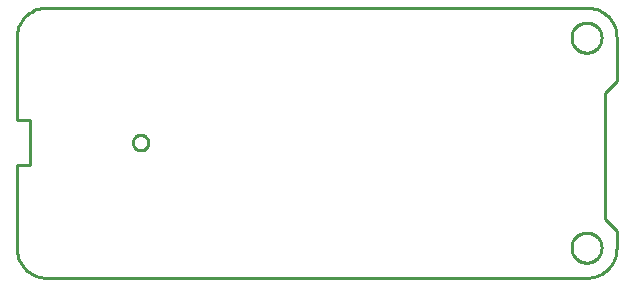
<source format=gbr>
G04 EAGLE Gerber RS-274X export*
G75*
%MOMM*%
%FSLAX34Y34*%
%LPD*%
%IN*%
%IPPOS*%
%AMOC8*
5,1,8,0,0,1.08239X$1,22.5*%
G01*
%ADD10C,0.254000*%


D10*
X0Y25400D02*
X97Y23186D01*
X386Y20989D01*
X865Y18826D01*
X1532Y16713D01*
X2380Y14666D01*
X3403Y12700D01*
X4594Y10831D01*
X5942Y9073D01*
X7440Y7440D01*
X9073Y5942D01*
X10831Y4594D01*
X12700Y3403D01*
X14666Y2380D01*
X16713Y1532D01*
X18826Y865D01*
X20989Y386D01*
X23186Y97D01*
X25400Y0D01*
X482600Y0D01*
X484814Y97D01*
X487011Y386D01*
X489174Y865D01*
X491287Y1532D01*
X493335Y2380D01*
X495300Y3403D01*
X497169Y4594D01*
X498927Y5942D01*
X500561Y7440D01*
X502058Y9073D01*
X503406Y10831D01*
X504597Y12700D01*
X505620Y14666D01*
X506468Y16713D01*
X507135Y18826D01*
X507614Y20989D01*
X507903Y23186D01*
X508000Y25400D01*
X508000Y39370D01*
X497840Y49530D01*
X497840Y156210D01*
X508000Y166370D01*
X508000Y203200D01*
X507903Y205414D01*
X507614Y207611D01*
X507135Y209774D01*
X506468Y211887D01*
X505620Y213935D01*
X504597Y215900D01*
X503406Y217769D01*
X502058Y219527D01*
X500561Y221161D01*
X498927Y222658D01*
X497169Y224006D01*
X495300Y225197D01*
X493335Y226220D01*
X491287Y227068D01*
X489174Y227735D01*
X487011Y228214D01*
X484814Y228503D01*
X482600Y228600D01*
X25400Y228600D01*
X23186Y228503D01*
X20989Y228214D01*
X18826Y227735D01*
X16713Y227068D01*
X14666Y226220D01*
X12700Y225197D01*
X10831Y224006D01*
X9073Y222658D01*
X7440Y221161D01*
X5942Y219527D01*
X4594Y217769D01*
X3403Y215900D01*
X2380Y213935D01*
X1532Y211887D01*
X865Y209774D01*
X386Y207611D01*
X97Y205414D01*
X0Y203200D01*
X0Y133350D01*
X11430Y133350D01*
X11430Y95250D01*
X0Y95250D01*
X0Y25400D01*
X495300Y202701D02*
X495222Y201706D01*
X495066Y200720D01*
X494833Y199750D01*
X494524Y198801D01*
X494142Y197879D01*
X493689Y196990D01*
X493168Y196139D01*
X492581Y195331D01*
X491933Y194573D01*
X491227Y193867D01*
X490469Y193219D01*
X489661Y192632D01*
X488810Y192111D01*
X487921Y191658D01*
X486999Y191276D01*
X486050Y190967D01*
X485080Y190734D01*
X484094Y190578D01*
X483099Y190500D01*
X482101Y190500D01*
X481106Y190578D01*
X480120Y190734D01*
X479150Y190967D01*
X478201Y191276D01*
X477279Y191658D01*
X476390Y192111D01*
X475539Y192632D01*
X474731Y193219D01*
X473973Y193867D01*
X473267Y194573D01*
X472619Y195331D01*
X472032Y196139D01*
X471511Y196990D01*
X471058Y197879D01*
X470676Y198801D01*
X470367Y199750D01*
X470134Y200720D01*
X469978Y201706D01*
X469900Y202701D01*
X469900Y203699D01*
X469978Y204694D01*
X470134Y205680D01*
X470367Y206650D01*
X470676Y207599D01*
X471058Y208521D01*
X471511Y209410D01*
X472032Y210261D01*
X472619Y211069D01*
X473267Y211827D01*
X473973Y212533D01*
X474731Y213181D01*
X475539Y213768D01*
X476390Y214289D01*
X477279Y214742D01*
X478201Y215124D01*
X479150Y215433D01*
X480120Y215666D01*
X481106Y215822D01*
X482101Y215900D01*
X483099Y215900D01*
X484094Y215822D01*
X485080Y215666D01*
X486050Y215433D01*
X486999Y215124D01*
X487921Y214742D01*
X488810Y214289D01*
X489661Y213768D01*
X490469Y213181D01*
X491227Y212533D01*
X491933Y211827D01*
X492581Y211069D01*
X493168Y210261D01*
X493689Y209410D01*
X494142Y208521D01*
X494524Y207599D01*
X494833Y206650D01*
X495066Y205680D01*
X495222Y204694D01*
X495300Y203699D01*
X495300Y202701D01*
X495300Y24901D02*
X495222Y23906D01*
X495066Y22920D01*
X494833Y21950D01*
X494524Y21001D01*
X494142Y20079D01*
X493689Y19190D01*
X493168Y18339D01*
X492581Y17531D01*
X491933Y16773D01*
X491227Y16067D01*
X490469Y15419D01*
X489661Y14832D01*
X488810Y14311D01*
X487921Y13858D01*
X486999Y13476D01*
X486050Y13167D01*
X485080Y12934D01*
X484094Y12778D01*
X483099Y12700D01*
X482101Y12700D01*
X481106Y12778D01*
X480120Y12934D01*
X479150Y13167D01*
X478201Y13476D01*
X477279Y13858D01*
X476390Y14311D01*
X475539Y14832D01*
X474731Y15419D01*
X473973Y16067D01*
X473267Y16773D01*
X472619Y17531D01*
X472032Y18339D01*
X471511Y19190D01*
X471058Y20079D01*
X470676Y21001D01*
X470367Y21950D01*
X470134Y22920D01*
X469978Y23906D01*
X469900Y24901D01*
X469900Y25899D01*
X469978Y26894D01*
X470134Y27880D01*
X470367Y28850D01*
X470676Y29799D01*
X471058Y30721D01*
X471511Y31610D01*
X472032Y32461D01*
X472619Y33269D01*
X473267Y34027D01*
X473973Y34733D01*
X474731Y35381D01*
X475539Y35968D01*
X476390Y36489D01*
X477279Y36942D01*
X478201Y37324D01*
X479150Y37633D01*
X480120Y37866D01*
X481106Y38022D01*
X482101Y38100D01*
X483099Y38100D01*
X484094Y38022D01*
X485080Y37866D01*
X486050Y37633D01*
X486999Y37324D01*
X487921Y36942D01*
X488810Y36489D01*
X489661Y35968D01*
X490469Y35381D01*
X491227Y34733D01*
X491933Y34027D01*
X492581Y33269D01*
X493168Y32461D01*
X493689Y31610D01*
X494142Y30721D01*
X494524Y29799D01*
X494833Y28850D01*
X495066Y27880D01*
X495222Y26894D01*
X495300Y25899D01*
X495300Y24901D01*
X111500Y113981D02*
X111437Y113345D01*
X111313Y112719D01*
X111127Y112108D01*
X110883Y111518D01*
X110582Y110954D01*
X110227Y110423D01*
X109822Y109930D01*
X109370Y109478D01*
X108877Y109073D01*
X108346Y108718D01*
X107782Y108417D01*
X107192Y108173D01*
X106581Y107987D01*
X105955Y107863D01*
X105319Y107800D01*
X104681Y107800D01*
X104045Y107863D01*
X103419Y107987D01*
X102808Y108173D01*
X102218Y108417D01*
X101654Y108718D01*
X101123Y109073D01*
X100630Y109478D01*
X100178Y109930D01*
X99773Y110423D01*
X99418Y110954D01*
X99117Y111518D01*
X98873Y112108D01*
X98687Y112719D01*
X98563Y113345D01*
X98500Y113981D01*
X98500Y114619D01*
X98563Y115255D01*
X98687Y115881D01*
X98873Y116492D01*
X99117Y117082D01*
X99418Y117646D01*
X99773Y118177D01*
X100178Y118670D01*
X100630Y119122D01*
X101123Y119527D01*
X101654Y119882D01*
X102218Y120183D01*
X102808Y120427D01*
X103419Y120613D01*
X104045Y120737D01*
X104681Y120800D01*
X105319Y120800D01*
X105955Y120737D01*
X106581Y120613D01*
X107192Y120427D01*
X107782Y120183D01*
X108346Y119882D01*
X108877Y119527D01*
X109370Y119122D01*
X109822Y118670D01*
X110227Y118177D01*
X110582Y117646D01*
X110883Y117082D01*
X111127Y116492D01*
X111313Y115881D01*
X111437Y115255D01*
X111500Y114619D01*
X111500Y113981D01*
M02*

</source>
